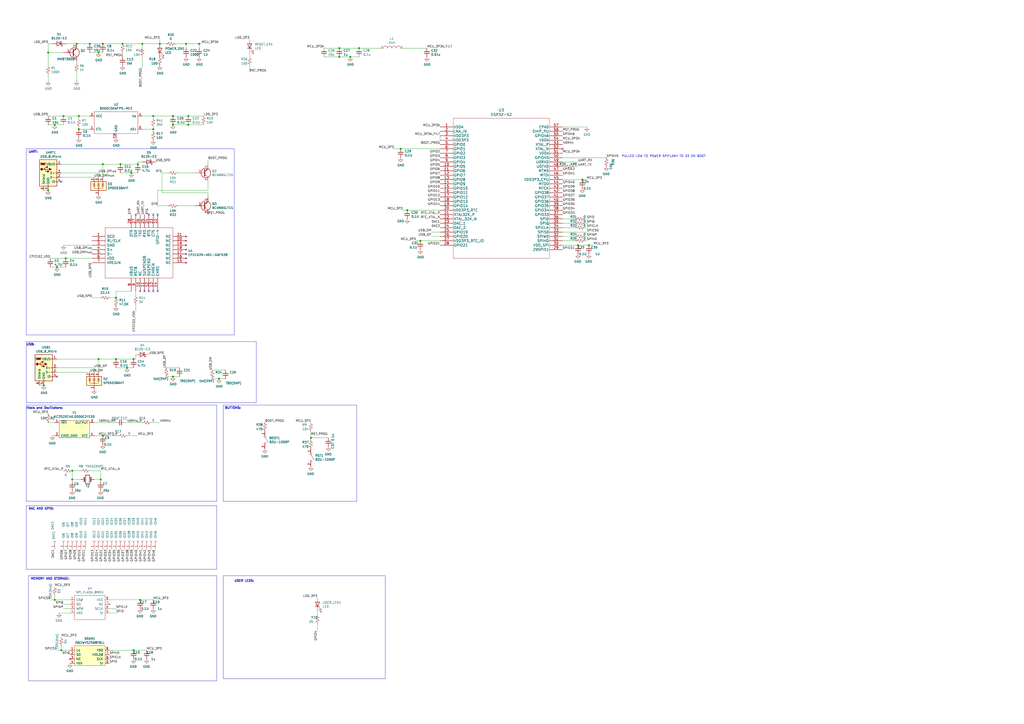
<source format=kicad_sch>
(kicad_sch (version 20230121) (generator eeschema)
  (paper "A2")
  (title_block (title "ESP32-S2 DEV") (date "2022-04-28") (rev "01") (company "Evil Geniuses for a better tommorrow"))
  (junction (at 115.57 25.4))
  (junction (at 208.28 27.94))
  (junction (at 38.1 149.86))
  (junction (at 67.31 172.72))
  (junction (at 36.83 67.31))
  (junction (at 109.22 72.39))
  (junction (at 58.42 278.13))
  (junction (at 59.69 252.73))
  (junction (at 67.31 208.28))
  (junction (at 57.15 30.48))
  (junction (at 45.72 67.31))
  (junction (at 243.84 139.7))
  (junction (at 57.15 208.28))
  (junction (at 76.2 100.33))
  (junction (at 69.85 95.25))
  (junction (at 236.22 121.92))
  (junction (at 44.45 25.4))
  (junction (at 35.56 377.19))
  (junction (at 52.07 25.4))
  (junction (at 41.91 278.13))
  (junction (at 82.55 25.4))
  (junction (at 27.94 30.48))
  (junction (at 80.01 95.25))
  (junction (at 100.33 67.31))
  (junction (at 31.75 72.39))
  (junction (at 45.72 74.93))
  (junction (at 100.33 72.39))
  (junction (at 107.95 25.4))
  (junction (at 196.85 33.02))
  (junction (at 27.94 110.49))
  (junction (at 88.9 74.93))
  (junction (at 92.71 25.4))
  (junction (at 59.69 25.4))
  (junction (at 71.12 25.4))
  (junction (at 77.47 377.19))
  (junction (at 33.02 154.94))
  (junction (at 59.69 95.25))
  (junction (at 73.66 213.36))
  (junction (at 100.33 218.44))
  (junction (at 77.47 208.28))
  (junction (at 203.2 33.02))
  (junction (at 341.63 142.24))
  (junction (at 335.28 142.24))
  (junction (at 88.9 67.31))
  (junction (at 232.41 86.36))
  (junction (at 31.75 347.98))
  (junction (at 41.91 273.05))
  (junction (at 180.34 254))
  (junction (at 81.28 347.98))
  (junction (at 337.82 104.14))
  (junction (at 25.4 223.52))
  (junction (at 127 219.71))
  (junction (at 109.22 67.31))
  (junction (at 196.85 27.94))
  (no_connect (at 78.74 124.46))
  (no_connect (at 326.39 86.36))
  (no_connect (at 88.9 124.46))
  (no_connect (at 86.36 124.46))
  (no_connect (at 86.36 168.91))
  (no_connect (at 91.44 124.46))
  (no_connect (at 33.02 218.44))
  (no_connect (at 88.9 168.91))
  (no_connect (at 35.56 105.41))
  (no_connect (at 83.82 168.91))
  (no_connect (at 91.44 168.91))
  (wire (pts (xy 88.9 74.93) (xy 88.9 76.2)))
  (wire (pts (xy 27.94 72.39) (xy 31.75 72.39)))
  (polyline (pts (xy 15.24 234.95) (xy 15.24 290.83)))
  (wire (pts (xy 340.36 127) (xy 339.09 127)))
  (wire (pts (xy 63.5 377.19) (xy 77.47 377.19)))
  (polyline (pts (xy 125.73 290.83) (xy 125.73 234.95)))
  (wire (pts (xy 118.11 72.39) (xy 109.22 72.39)))
  (wire (pts (xy 30.48 25.4) (xy 27.94 25.4)))
  (wire (pts (xy 88.9 67.31) (xy 100.33 67.31)))
  (wire (pts (xy 71.12 30.48) (xy 71.12 33.02)))
  (wire (pts (xy 34.29 355.6) (xy 40.64 355.6)))
  (wire (pts (xy 67.31 355.6) (xy 63.5 355.6)))
  (wire (pts (xy 243.84 139.7) (xy 241.3 139.7)))
  (wire (pts (xy 82.55 74.93) (xy 88.9 74.93)))
  (wire (pts (xy 57.15 208.28) (xy 67.31 208.28)))
  (wire (pts (xy 27.94 30.48) (xy 27.94 38.1)))
  (wire (pts (xy 335.28 96.52) (xy 332.74 96.52)))
  (wire (pts (xy 334.01 129.54) (xy 326.39 129.54)))
  (wire (pts (xy 36.83 30.48) (xy 27.94 30.48)))
  (wire (pts (xy 208.28 33.02) (xy 203.2 33.02)))
  (wire (pts (xy 58.42 172.72) (xy 53.34 172.72)))
  (wire (pts (xy 93.98 100.33) (xy 97.79 100.33)))
  (wire (pts (xy 82.55 93.98) (xy 80.01 93.98)))
  (wire (pts (xy 38.1 149.86) (xy 29.21 149.86)))
  (wire (pts (xy 130.81 219.71) (xy 127 219.71)))
  (wire (pts (xy 52.07 74.93) (xy 45.72 74.93)))
  (wire (pts (xy 73.66 213.36) (xy 67.31 213.36)))
  (wire (pts (xy 232.41 86.36) (xy 255.27 86.36)))
  (wire (pts (xy 31.75 347.98) (xy 40.64 347.98)))
  (wire (pts (xy 68.58 252.73) (xy 59.69 252.73)))
  (wire (pts (xy 59.69 95.25) (xy 69.85 95.25)))
  (wire (pts (xy 41.91 273.05) (xy 46.99 273.05)))
  (polyline (pts (xy 135.89 86.36) (xy 135.89 194.31)))
  (polyline (pts (xy 129.54 234.95) (xy 129.54 290.83)))
  (wire (pts (xy 58.42 278.13) (xy 58.42 279.4)))
  (wire (pts (xy 91.44 110.49) (xy 91.44 119.38)))
  (wire (pts (xy 180.34 254) (xy 180.34 255.27)))
  (wire (pts (xy 81.28 347.98) (xy 88.9 347.98)))
  (wire (pts (xy 59.69 25.4) (xy 52.07 25.4)))
  (wire (pts (xy 109.22 67.31) (xy 118.11 67.31)))
  (wire (pts (xy 120.65 92.71) (xy 120.65 95.25)))
  (wire (pts (xy 82.55 33.02) (xy 82.55 39.37)))
  (wire (pts (xy 57.15 100.33) (xy 57.15 102.87)))
  (polyline (pts (xy 15.24 330.2) (xy 15.24 293.37)))
  (wire (pts (xy 35.56 102.87) (xy 54.61 102.87)))
  (wire (pts (xy 53.34 142.24) (xy 36.83 142.24)))
  (wire (pts (xy 36.83 72.39) (xy 31.75 72.39)))
  (wire (pts (xy 180.34 250.19) (xy 180.34 254)))
  (wire (pts (xy 351.79 91.44) (xy 326.39 91.44)))
  (wire (pts (xy 57.15 30.48) (xy 52.07 30.48)))
  (wire (pts (xy 76.2 100.33) (xy 69.85 100.33)))
  (wire (pts (xy 45.72 67.31) (xy 36.83 67.31)))
  (wire (pts (xy 120.65 114.3) (xy 120.65 111.76)))
  (wire (pts (xy 35.56 377.19) (xy 33.02 377.19)))
  (wire (pts (xy 144.78 33.02) (xy 144.78 30.48)))
  (wire (pts (xy 77.47 213.36) (xy 73.66 213.36)))
  (wire (pts (xy 38.1 154.94) (xy 33.02 154.94)))
  (wire (pts (xy 76.2 168.91) (xy 67.31 168.91)))
  (wire (pts (xy 78.74 205.74) (xy 78.74 208.28)))
  (polyline (pts (xy 15.24 198.12) (xy 148.59 198.12)))
  (wire (pts (xy 335.28 93.98) (xy 326.39 93.98)))
  (polyline (pts (xy 148.59 233.68) (xy 15.24 233.68)))
  (wire (pts (xy 236.22 121.92) (xy 255.27 121.92)))
  (polyline (pts (xy 223.52 334.01) (xy 129.54 334.01)))
  (wire (pts (xy 45.72 67.31) (xy 45.72 68.58)))
  (wire (pts (xy 92.71 25.4) (xy 82.55 25.4)))
  (wire (pts (xy 78.74 168.91) (xy 78.74 171.45)))
  (wire (pts (xy 44.45 41.91) (xy 44.45 46.99)))
  (wire (pts (xy 45.72 74.93) (xy 45.72 73.66)))
  (wire (pts (xy 107.95 25.4) (xy 107.95 27.94)))
  (wire (pts (xy 92.71 245.11) (xy 87.63 245.11)))
  (wire (pts (xy 59.69 102.87) (xy 59.69 95.25)))
  (wire (pts (xy 52.07 25.4) (xy 44.45 25.4)))
  (wire (pts (xy 184.15 356.87) (xy 184.15 354.33)))
  (wire (pts (xy 27.94 110.49) (xy 25.4 110.49)))
  (wire (pts (xy 33.02 154.94) (xy 29.21 154.94)))
  (wire (pts (xy 80.01 252.73) (xy 73.66 252.73)))
  (wire (pts (xy 67.31 353.06) (xy 63.5 353.06)))
  (polyline (pts (xy 15.24 290.83) (xy 125.73 290.83)))
  (wire (pts (xy 71.12 25.4) (xy 59.69 25.4)))
  (wire (pts (xy 340.36 132.08) (xy 339.09 132.08)))
  (polyline (pts (xy 15.24 233.68) (xy 15.24 198.12)))
  (wire (pts (xy 77.47 377.19) (xy 85.09 377.19)))
  (wire (pts (xy 255.27 134.62) (xy 250.19 134.62)))
  (wire (pts (xy 33.02 215.9) (xy 52.07 215.9)))
  (wire (pts (xy 100.33 67.31) (xy 109.22 67.31)))
  (polyline (pts (xy 129.54 393.7) (xy 223.52 393.7)))
  (polyline (pts (xy 16.51 334.01) (xy 125.73 334.01)))
  (polyline (pts (xy 16.51 394.97) (xy 16.51 334.01)))
  (wire (pts (xy 80.01 95.25) (xy 69.85 95.25)))
  (polyline (pts (xy 125.73 334.01) (xy 125.73 394.97)))
  (wire (pts (xy 247.65 27.94) (xy 233.68 27.94)))
  (wire (pts (xy 334.01 132.08) (xy 326.39 132.08)))
  (wire (pts (xy 104.14 218.44) (xy 100.33 218.44)))
  (wire (pts (xy 196.85 27.94) (xy 187.96 27.94)))
  (polyline (pts (xy 125.73 330.2) (xy 15.24 330.2)))
  (wire (pts (xy 35.56 374.65) (xy 35.56 377.19)))
  (wire (pts (xy 63.5 172.72) (xy 67.31 172.72)))
  (wire (pts (xy 44.45 36.83) (xy 44.45 35.56)))
  (wire (pts (xy 59.69 252.73) (xy 54.61 252.73)))
  (wire (pts (xy 255.27 78.74) (xy 255.27 81.28)))
  (polyline (pts (xy 15.24 293.37) (xy 125.73 293.37)))
  (polyline (pts (xy 125.73 293.37) (xy 125.73 330.2)))
  (wire (pts (xy 88.9 73.66) (xy 88.9 74.93)))
  (wire (pts (xy 72.39 245.11) (xy 82.55 245.11)))
  (wire (pts (xy 120.65 105.41) (xy 120.65 110.49)))
  (wire (pts (xy 80.01 93.98) (xy 80.01 95.25)))
  (wire (pts (xy 31.75 252.73) (xy 30.48 252.73)))
  (wire (pts (xy 255.27 137.16) (xy 250.19 137.16)))
  (wire (pts (xy 80.01 100.33) (xy 76.2 100.33)))
  (wire (pts (xy 341.63 142.24) (xy 344.17 142.24)))
  (wire (pts (xy 337.82 104.14) (xy 340.36 104.14)))
  (wire (pts (xy 38.1 25.4) (xy 44.45 25.4)))
  (wire (pts (xy 78.74 208.28) (xy 77.47 208.28)))
  (wire (pts (xy 101.6 25.4) (xy 107.95 25.4)))
  (wire (pts (xy 40.64 353.06) (xy 36.83 353.06)))
  (wire (pts (xy 58.42 273.05) (xy 58.42 278.13)))
  (wire (pts (xy 35.56 95.25) (xy 59.69 95.25)))
  (wire (pts (xy 190.5 254) (xy 180.34 254)))
  (wire (pts (xy 100.33 218.44) (xy 96.52 218.44)))
  (wire (pts (xy 63.5 347.98) (xy 81.28 347.98)))
  (wire (pts (xy 340.36 129.54) (xy 339.09 129.54)))
  (wire (pts (xy 120.65 111.76) (xy 93.98 111.76)))
  (wire (pts (xy 31.75 345.44) (xy 31.75 347.98)))
  (polyline (pts (xy 129.54 290.83) (xy 207.01 290.83)))
  (polyline (pts (xy 125.73 394.97) (xy 16.51 394.97)))
  (polyline (pts (xy 148.59 198.12) (xy 148.59 233.68)))
  (wire (pts (xy 41.91 279.4) (xy 41.91 278.13)))
  (wire (pts (xy 78.74 176.53) (xy 78.74 180.34)))
  (wire (pts (xy 40.64 377.19) (xy 35.56 377.19)))
  (wire (pts (xy 184.15 365.76) (xy 184.15 361.95)))
  (wire (pts (xy 334.01 139.7) (xy 326.39 139.7)))
  (wire (pts (xy 144.78 41.91) (xy 144.78 38.1)))
  (wire (pts (xy 340.36 73.66) (xy 326.39 73.66)))
  (wire (pts (xy 255.27 139.7) (xy 243.84 139.7)))
  (wire (pts (xy 91.44 119.38) (xy 97.79 119.38)))
  (wire (pts (xy 326.39 134.62) (xy 340.36 134.62)))
  (wire (pts (xy 334.01 137.16) (xy 326.39 137.16)))
  (wire (pts (xy 82.55 27.94) (xy 82.55 25.4)))
  (wire (pts (xy 57.15 215.9) (xy 57.15 208.28)))
  (wire (pts (xy 54.61 278.13) (xy 58.42 278.13)))
  (wire (pts (xy 53.34 149.86) (xy 38.1 149.86)))
  (wire (pts (xy 33.02 208.28) (xy 57.15 208.28)))
  (wire (pts (xy 88.9 68.58) (xy 88.9 67.31)))
  (wire (pts (xy 77.47 208.28) (xy 67.31 208.28)))
  (wire (pts (xy 31.75 347.98) (xy 29.21 347.98)))
  (wire (pts (xy 27.94 25.4) (xy 27.94 30.48)))
  (polyline (pts (xy 135.89 194.31) (xy 15.24 194.31)))
  (polyline (pts (xy 207.01 290.83) (xy 207.01 234.95)))
  (wire (pts (xy 203.2 33.02) (xy 196.85 33.02)))
  (wire (pts (xy 232.41 86.36) (xy 228.6 86.36)))
  (wire (pts (xy 35.56 100.33) (xy 57.15 100.33)))
  (wire (pts (xy 340.36 137.16) (xy 339.09 137.16)))
  (wire (pts (xy 109.22 72.39) (xy 100.33 72.39)))
  (wire (pts (xy 335.28 142.24) (xy 341.63 142.24)))
  (wire (pts (xy 36.83 67.31) (xy 27.94 67.31)))
  (wire (pts (xy 25.4 223.52) (xy 22.86 223.52)))
  (wire (pts (xy 92.71 22.86) (xy 92.71 25.4)))
  (wire (pts (xy 326.39 104.14) (xy 337.82 104.14)))
  (wire (pts (xy 236.22 121.92) (xy 233.68 121.92)))
  (wire (pts (xy 107.95 25.4) (xy 115.57 25.4)))
  (wire (pts (xy 54.61 245.11) (xy 67.31 245.11)))
  (wire (pts (xy 54.61 213.36) (xy 54.61 215.9)))
  (wire (pts (xy 46.99 278.13) (xy 41.91 278.13)))
  (wire (pts (xy 115.57 25.4) (xy 115.57 27.94)))
  (wire (pts (xy 326.39 142.24) (xy 335.28 142.24)))
  (polyline (pts (xy 15.24 194.31) (xy 15.24 86.36)))
  (wire (pts (xy 116.84 25.4) (xy 115.57 25.4)))
  (wire (pts (xy 36.83 350.52) (xy 40.64 350.52)))
  (wire (pts (xy 27.94 46.99) (xy 27.94 43.18)))
  (wire (pts (xy 41.91 278.13) (xy 41.91 273.05)))
  (wire (pts (xy 104.14 213.36) (xy 96.52 213.36)))
  (wire (pts (xy 93.98 111.76) (xy 93.98 100.33)))
  (wire (pts (xy 33.02 213.36) (xy 54.61 213.36)))
  (wire (pts (xy 102.87 119.38) (xy 113.03 119.38)))
  (polyline (pts (xy 15.24 86.36) (xy 135.89 86.36)))
  (wire (pts (xy 102.87 100.33) (xy 113.03 100.33)))
  (wire (pts (xy 52.07 273.05) (xy 58.42 273.05)))
  (polyline (pts (xy 125.73 234.95) (xy 15.24 234.95)))
  (polyline (pts (xy 207.01 234.95) (xy 129.54 234.95)))
  (wire (pts (xy 123.19 214.63) (xy 130.81 214.63)))
  (wire (pts (xy 82.55 67.31) (xy 88.9 67.31)))
  (wire (pts (xy 208.28 27.94) (xy 220.98 27.94)))
  (wire (pts (xy 196.85 33.02) (xy 187.96 33.02)))
  (wire (pts (xy 96.52 25.4) (xy 92.71 25.4)))
  (wire (pts (xy 127 219.71) (xy 123.19 219.71)))
  (polyline (pts (xy 223.52 393.7) (xy 223.52 334.01)))
  (wire (pts (xy 67.31 168.91) (xy 67.31 172.72)))
  (wire (pts (xy 82.55 25.4) (xy 71.12 25.4)))
  (wire (pts (xy 120.65 110.49) (xy 91.44 110.49)))
  (wire (pts (xy 334.01 127) (xy 326.39 127)))
  (wire (pts (xy 196.85 27.94) (xy 208.28 27.94)))
  (polyline (pts (xy 129.54 334.01) (xy 129.54 393.7)))
  (wire (pts (xy 59.69 30.48) (xy 57.15 30.48)))
  (wire (pts (xy 52.07 67.31) (xy 45.72 67.31)))
  (wire (pts (xy 340.36 139.7) (xy 339.09 139.7)))
  (wire (pts (xy 327.66 96.52) (xy 326.39 96.52)))
  (wire (pts (xy 31.75 245.11) (xy 27.94 245.11)))
  (text "UART:" (at 16.51 88.9 0) (effects (font (size 1.27 1.27) (thickness 0.254) bold) (justify left bottom)))
  (text "BUTTONS:" (at 139.7 237.49 0) (effects (font (size 1.27 1.27) (thickness 0.254) bold) (justify right bottom)))
  (text "USB:\n" (at 15.24 200.66 0) (effects (font (size 1.27 1.27) (thickness 0.254) bold) (justify left bottom)))
  (text "USER LEDS:" (at 135.89 337.82 0) (effects (font (size 1.27 1.27) (thickness 0.254) bold) (justify left bottom)))
  (text "MEMORY AND STORAGE:" (at 17.78 336.55 0) (effects (font (size 1.27 1.27) (thickness 0.254) bold) (justify left bottom)))
  (text "PULLED LOW TO POWER SPIFLASH TO 33 ON BOOT" (at 360.68 91.44 0) (effects (font (size 1.27 1.27)) (justify left bottom)))
  (text "Xtals and Oscillators:" (at 15.24 237.49 0) (effects (font (size 1.27 1.27) (thickness 0.254) bold) (justify left bottom)))
  (text "DAC AND GPIO:" (at 16.51 295.91 0) (effects (font (size 1.27 1.27) (thickness 0.254) bold) (justify left bottom)))
  (label "MCU_3P3A_FILT" (at 255.27 78.74 180))
  (label "USB_DMinus" (at 53.34 147.32 180))
  (label "LD0_3P3" (at 27.94 25.4 180))
  (label "MCU_3P3A_FILT" (at 247.65 27.94 0))
  (label "USB_5P0" (at 90.17 93.98 0))
  (label "RTS" (at 93.98 100.33 180))
  (label "MCU_3P3A" (at 326.39 88.9 0))
  (label "GPIO35" (at 67.31 318.77 270))
  (label "MCU_3P3A" (at 116.84 25.4 0))
  (label "MCU_3P3" (at 88.9 347.98 0))
  (label "SPID" (at 63.5 384.81 0))
  (label "GPIO35" (at 326.39 119.38 0))
  (label "LD0_3P3" (at 184.15 346.71 180))
  (label "MCU_3P3" (at 180.34 245.11 180))
  (label "GPIO5" (at 255.27 96.52 180))
  (label "MCU_3P3A" (at 326.39 81.28 0))
  (label "DAC1" (at 31.75 318.77 270))
  (label "USB_DPlus" (at 57.15 100.33 0))
  (label "RST_PROG" (at 180.34 252.73 0))
  (label "UART_RX" (at 81.28 124.46 90))
  (label "GPIO39" (at 77.47 318.77 270))
  (label "DAC2" (at 255.27 132.08 180))
  (label "GPIO36" (at 69.85 318.77 270))
  (label "40MHz" (at 92.71 245.11 0))
  (label "USB_DM" (at 250.19 134.62 180))
  (label "GPIO2" (at 255.27 88.9 180))
  (label "SPICLK" (at 340.36 132.08 0))
  (label "GPIO36" (at 326.39 116.84 0))
  (label "SPIHD" (at 340.36 139.7 0))
  (label "MCU_3P3" (at 340.36 104.14 0))
  (label "GPIO10" (at 46.99 318.77 270))
  (label "GPIO34" (at 326.39 121.92 0))
  (label "GPIO37" (at 72.39 318.77 270))
  (label "RTC_XTAL_P" (at 255.27 124.46 180))
  (label "GPIO9" (at 255.27 106.68 180))
  (label "SPICS1" (at 33.02 377.19 180))
  (label "MCU_3P3" (at 27.94 240.03 180))
  (label "SPICS0" (at 29.21 347.98 180))
  (label "GPIO38" (at 326.39 111.76 0))
  (label "GPIO40" (at 80.01 318.77 270))
  (label "SPICS1" (at 326.39 144.78 0))
  (label "MCU_3P3" (at 228.6 86.36 180))
  (label "SPID" (at 67.31 355.6 0))
  (label "LD0_3P3" (at 118.11 67.31 0))
  (label "MCU_3P3" (at 31.75 340.36 0))
  (label "RST_PROG" (at 326.39 76.2 0))
  (label "MCU_3P3" (at 92.71 22.86 180))
  (label "MCU_3P3" (at 80.01 252.73 0))
  (label "UART_TX" (at 83.82 124.46 90))
  (label "GPIO11" (at 255.27 111.76 180))
  (label "SPIQ" (at 40.64 379.73 180))
  (label "USB_5P0" (at 27.94 67.31 180))
  (label "MCU_3P3A" (at 255.27 73.66 180))
  (label "40MHz_R" (at 73.66 245.11 0))
  (label "BOOT_PROG" (at 120.65 92.71 0))
  (label "MCU_3P3A" (at 187.96 27.94 180))
  (label "GPIO6" (at 36.83 318.77 270))
  (label "GPIO21" (at 59.69 318.77 270))
  (label "RTC_XTAL_N" (at 255.27 127 180))
  (label "MCU_3P3" (at 241.3 139.7 180))
  (label "DAC1" (at 255.27 129.54 180))
  (label "MCU_3P3" (at 85.09 377.19 0))
  (label "RST_PROG" (at 71.12 33.02 180))
  (label "GPIO11" (at 49.53 318.77 270))
  (label "GPIO12" (at 255.27 114.3 180))
  (label "GPIO40" (at 326.39 106.68 0))
  (label "GPIO41" (at 82.55 318.77 270))
  (label "GPIO21" (at 255.27 142.24 180))
  (label "SPICS0" (at 340.36 134.62 0))
  (label "CP2102_VDD" (at 29.21 149.86 180))
  (label "GPIO34" (at 64.77 318.77 270))
  (label "UART_RX" (at 335.28 93.98 0))
  (label "GPIO33" (at 62.23 318.77 270))
  (label "GPIO42" (at 85.09 318.77 270))
  (label "USB_5P0" (at 86.36 205.74 0))
  (label "USB_5P0" (at 53.34 152.4 270))
  (label "MCU_3P3_R" (at 57.15 252.73 0))
  (label "USB_5P0" (at 53.34 172.72 180))
  (label "GPIO8" (at 41.91 318.77 270))
  (label "GPIO45" (at 87.63 318.77 270))
  (label "GPIO8" (at 255.27 104.14 180))
  (label "USB_DP" (at 250.19 137.16 180))
  (label "GPIO7" (at 255.27 101.6 180))
  (label "GPIO42" (at 326.39 99.06 0))
  (label "USB_DM" (at 123.19 214.63 90))
  (label "SPIQ" (at 340.36 129.54 0))
  (label "40MHz" (at 326.39 83.82 0))
  (label "GPIO45" (at 351.79 91.44 0))
  (label "GPIO37" (at 326.39 114.3 0))
  (label "CP2102_VDD" (at 78.74 180.34 270))
  (label "SPICLK" (at 63.5 382.27 0))
  (label "MCU_3P3" (at 233.68 121.92 180))
  (label "UART_TX" (at 335.28 96.52 0))
  (label "GPIO4" (at 255.27 93.98 180))
  (label "DTR" (at 76.2 124.46 90))
  (label "SPID" (at 340.36 127 0))
  (label "SPIHD" (at 63.5 379.73 0))
  (label "MCU_3P3" (at 344.17 142.24 0))
  (label "GPIO4" (at 184.15 365.76 270))
  (label "SPIWP" (at 340.36 137.16 0))
  (label "SPICLK" (at 67.31 353.06 0))
  (label "USB_DP" (at 96.52 213.36 90))
  (label "BOOT_PROG" (at 82.55 39.37 270))
  (label "GPIO14" (at 255.27 119.38 180))
  (label "GPIO7" (at 39.37 318.77 270))
  (label "RST_PROG" (at 144.78 41.91 0))
  (label "SPIWP" (at 36.83 353.06 180))
  (label "GPIO9" (at 44.45 318.77 270))
  (label "MCU_3P3" (at 35.56 369.57 0))
  (label "USB_DM" (at 52.07 215.9 0))
  (label "GPIO39" (at 326.39 109.22 0))
  (label "GPIO33" (at 326.39 124.46 0))
  (label "RTC_XTAL_N" (at 58.42 273.05 0))
  (label "GPIO41" (at 326.39 101.6 0))
  (label "DTR" (at 91.44 119.38 180))
  (label "BOOT_PROG" (at 153.67 245.11 0))
  (label "GPIO6" (at 255.27 99.06 180))
  (label "USB_DP" (at 54.61 213.36 0))
  (label "LD0_3P3" (at 144.78 22.86 180))
  (label "USB_DPlus" (at 53.34 144.78 180))
  (label "GPIO46" (at 90.17 318.77 270))
  (label "GPIO14" (at 57.15 318.77 270))
  (label "GPIO3" (at 255.27 91.44 180))
  (label "GPIO38" (at 74.93 318.77 270))
  (label "RTC_XTAL_P" (at 36.83 273.05 180))
  (label "USB_DMinus" (at 54.61 102.87 0))
  (label "40MHz_RR" (at 57.15 245.11 0))
  (label "GPIO46" (at 326.39 78.74 0))
  (label "GPIO10" (at 255.27 109.22 180))
  (label "RST_PROG" (at 120.65 124.46 0))
  (label "RTS" (at 86.36 124.46 90))
  (label "GPIO13" (at 54.61 318.77 270))
  (label "BOOT_PROG" (at 255.27 83.82 180))
  (label "GPIO13" (at 255.27 116.84 180))
  (label "SPIQ" (at 36.83 350.52 180))
  (symbol (lib_id "bub_MCU:ESP32-S2") (at 287.02 73.66 0) (unit 1)
    (property "Reference" "U3" (at 290.83 63.8302 0) (effects (font (size 1.524 1.524))))
    (property "Value" "ESP32-S2" (at 290.83 66.5226 0) (effects (font (size 1.524 1.524))))
    (property "Footprint" "bub_mcu_fp:ESP32-S2" (effects hide))
    (property "Datasheet" "https://www.espressif.com/sites/default/files/documentation/esp32-s2_datasheet_en.pdf" (effects hide))
    (property "Digikey" "https://www.digikey.com/en/products/detail/espressif-systems/ESP32-S2/11613132" (effects hide))
  )
  (symbol (lib_id "Diode:B120-E3") (at 34.29 25.4 180) (unit 1)
    (property "Reference" "D1" (at 34.29 19.8882 0))
    (property "Value" "B120-E3" (at 34.29 22.1996 0))
    (property "Footprint" "Diode_SMD:D_SMA" (effects hide))
    (property "Datasheet" "http://www.vishay.com/docs/88946/b120.pdf" (effects hide))
  )
  (symbol (lib_id "Device:R_Small_US") (at 27.94 40.64 180) (unit 1)
    (property "Reference" "R1" (at 29.6672 39.4716 0) (effects (justify right)))
    (property "Value" "100K" (at 29.6672 41.783 0) (effects (justify right)))
    (property "Footprint" "Resistor_SMD:R_0402_1005Metric" (effects hide))
  )
  (symbol (lib_id "Device:R_Small_US") (at 44.45 39.37 180) (unit 1)
    (property "Reference" "R6" (at 46.1772 38.2016 0) (effects (justify right)))
    (property "Value" "1K" (at 46.1772 40.513 0) (effects (justify right)))
    (property "Footprint" "Resistor_SMD:R_0402_1005Metric" (effects hide))
  )
  (symbol (lib_id "Transistor_BJT:MMBT3906") (at 41.91 30.48 0) (mirror x) (unit 1)
    (property "Reference" "Q1" (at 46.7614 29.3116 0) (effects (justify left)))
    (property "Value" "MMBT3906" (at 33.02 34.29 0) (effects (justify left)))
    (property "Footprint" "Package_TO_SOT_SMD:SOT-416" (effects hide))
    (property "Datasheet" "https://www.fairchildsemi.com/datasheets/2N/2N3906.pdf" (effects hide))
  )
  (symbol (lib_id "power:GND") (at 27.94 46.99 0) (unit 1)
    (property "Reference" "#PWR02" (effects hide))
    (property "Value" "GND" (at 28.067 51.3842 0))
  )
  (symbol (lib_id "power:GND") (at 44.45 46.99 0) (unit 1)
    (property "Reference" "#PWR011" (effects hide))
    (property "Value" "GND" (at 44.577 51.3842 0))
  )
  (symbol (lib_id "Device:C_Small") (at 52.07 27.94 180) (unit 1)
    (property "Reference" "C36" (at 54.4068 26.7716 0) (effects (justify right)))
    (property "Value" "10u" (at 54.4068 29.083 0) (effects (justify right)))
    (property "Footprint" "Capacitor_SMD:C_0402_1005Metric" (effects hide))
  )
  (symbol (lib_id "Device:C_Small") (at 59.69 27.94 180) (unit 1)
    (property "Reference" "C8" (at 62.0268 26.7716 0) (effects (justify right)))
    (property "Value" "0.1u" (at 62.0268 29.083 0) (effects (justify right)))
    (property "Footprint" "Capacitor_SMD:C_0402_1005Metric" (effects hide))
  )
  (symbol (lib_id "power:GND") (at 57.15 30.48 0) (unit 1)
    (property "Reference" "#PWR014" (effects hide))
    (property "Value" "GND" (at 57.277 34.8742 0))
  )
  (symbol (lib_id "Device:C_Small") (at 71.12 35.56 180) (unit 1)
    (property "Reference" "C13" (at 73.4568 34.3916 0) (effects (justify right)))
    (property "Value" "tbd" (at 73.4568 36.703 0) (effects (justify right)))
    (property "Footprint" "Capacitor_SMD:C_0402_1005Metric" (effects hide))
  )
  (symbol (lib_id "Device:R_Small_US") (at 71.12 27.94 180) (unit 1)
    (property "Reference" "R12" (at 72.8472 26.7716 0) (effects (justify right)))
    (property "Value" "10K" (at 72.8472 29.083 0) (effects (justify right)))
    (property "Footprint" "Resistor_SMD:R_0402_1005Metric" (effects hide))
  )
  (symbol (lib_id "power:GND") (at 71.12 38.1 0) (unit 1)
    (property "Reference" "#PWR020" (effects hide))
    (property "Value" "GND" (at 71.247 42.4942 0))
  )
  (symbol (lib_id "Device:R_Small_US") (at 92.71 35.56 180) (unit 1)
    (property "Reference" "R18" (at 86.36 34.29 0) (effects (justify right)))
    (property "Value" "100" (at 87.63 36.83 0) (effects (justify right)))
    (property "Footprint" "Resistor_SMD:R_0402_1005Metric" (effects hide))
  )
  (symbol (lib_id "power:GND") (at 92.71 38.1 0) (unit 1)
    (property "Reference" "#PWR028" (effects hide))
    (property "Value" "GND" (at 92.837 42.4942 0))
  )
  (symbol (lib_id "Device:R_Small_US") (at 82.55 30.48 180) (unit 1)
    (property "Reference" "R15" (at 78.74 29.21 0) (effects (justify right)))
    (property "Value" "10K" (at 77.47 31.75 0) (effects (justify right)))
    (property "Footprint" "Resistor_SMD:R_0402_1005Metric" (effects hide))
  )
  (symbol (lib_id "power:GND") (at 340.36 73.66 0) (unit 1)
    (property "Reference" "#PWR041" (effects hide))
    (property "Value" "GND" (at 340.487 78.0542 0))
  )
  (symbol (lib_id "Device:C_Small") (at 107.95 30.48 180) (unit 1)
    (property "Reference" "C22" (at 110.2868 29.3116 0) (effects (justify right)))
    (property "Value" "100p" (at 110.2868 31.623 0) (effects (justify right)))
    (property "Footprint" "Capacitor_SMD:C_0402_1005Metric" (effects hide))
  )
  (symbol (lib_id "Device:R_Small_US") (at 99.06 25.4 90) (unit 1)
    (property "Reference" "R20" (at 99.06 20.193 90))
    (property "Value" "0" (at 99.06 22.5044 90))
    (property "Footprint" "Resistor_SMD:R_0402_1005Metric" (effects hide))
  )
  (symbol (lib_id "power:GND") (at 107.95 33.02 0) (unit 1)
    (property "Reference" "#PWR031" (effects hide))
    (property "Value" "GND" (at 108.077 37.4142 0))
  )
  (symbol (lib_id "Device:C_Small") (at 115.57 30.48 180) (unit 1)
    (property "Reference" "C24" (at 117.9068 29.3116 0) (effects (justify right)))
    (property "Value" "1U" (at 117.9068 31.623 0) (effects (justify right)))
    (property "Footprint" "Capacitor_SMD:C_0402_1005Metric" (effects hide))
  )
  (symbol (lib_id "power:GND") (at 115.57 33.02 0) (unit 1)
    (property "Reference" "#PWR032" (effects hide))
    (property "Value" "GND" (at 115.697 37.4142 0))
  )
  (symbol (lib_id "Device:C_Small") (at 236.22 124.46 180) (unit 1)
    (property "Reference" "C30" (at 238.5568 123.2916 0) (effects (justify right)))
    (property "Value" "0.1U" (at 238.5568 125.603 0) (effects (justify right)))
    (property "Footprint" "Capacitor_SMD:C_0402_1005Metric" (effects hide))
  )
  (symbol (lib_id "power:GND") (at 236.22 127 0) (unit 1)
    (property "Reference" "#PWR036" (effects hide))
    (property "Value" "GND" (at 232.41 128.27 0))
  )
  (symbol (lib_id "Device:C_Small") (at 243.84 142.24 180) (unit 1)
    (property "Reference" "C31" (at 238.76 140.97 0) (effects (justify right)))
    (property "Value" "0.1U" (at 237.49 143.51 0) (effects (justify right)))
    (property "Footprint" "Capacitor_SMD:C_0402_1005Metric" (effects hide))
  )
  (symbol (lib_id "power:GND") (at 243.84 144.78 0) (unit 1)
    (property "Reference" "#PWR037" (effects hide))
    (property "Value" "GND" (at 243.967 149.1742 0))
  )
  (symbol (lib_id "Device:C_Small") (at 335.28 144.78 0) (mirror x) (unit 1)
    (property "Reference" "C33" (at 339.09 143.51 0) (effects (justify right)))
    (property "Value" "0.1U" (at 340.36 147.32 0) (effects (justify right)))
    (property "Footprint" "Capacitor_SMD:C_0402_1005Metric" (effects hide))
  )
  (symbol (lib_id "power:GND") (at 335.28 147.32 0) (mirror y) (unit 1)
    (property "Reference" "#PWR039" (effects hide))
    (property "Value" "GND" (at 335.153 151.7142 0))
  )
  (symbol (lib_id "Device:C_Small") (at 341.63 144.78 0) (mirror x) (unit 1)
    (property "Reference" "C35" (at 346.71 143.51 0) (effects (justify right)))
    (property "Value" "1U" (at 347.98 147.32 0) (effects (justify right)))
    (property "Footprint" "Capacitor_SMD:C_0402_1005Metric" (effects hide))
  )
  (symbol (lib_id "power:GND") (at 341.63 147.32 0) (mirror y) (unit 1)
    (property "Reference" "#PWR042" (effects hide))
    (property "Value" "GND" (at 341.503 151.7142 0))
  )
  (symbol (lib_id "Device:C_Small") (at 337.82 106.68 0) (mirror x) (unit 1)
    (property "Reference" "C34" (at 341.63 105.41 0) (effects (justify right)))
    (property "Value" "0.1U" (at 342.9 109.22 0) (effects (justify right)))
    (property "Footprint" "Capacitor_SMD:C_0402_1005Metric" (effects hide))
  )
  (symbol (lib_id "power:GND") (at 337.82 109.22 0) (mirror y) (unit 1)
    (property "Reference" "#PWR040" (effects hide))
    (property "Value" "GND" (at 337.693 113.6142 0))
  )
  (symbol (lib_id "Device:R_Small_US") (at 336.55 127 90) (unit 1)
    (property "Reference" "R31" (at 332.74 125.73 90))
    (property "Value" "0" (at 339.09 125.73 90))
    (property "Footprint" "Resistor_SMD:R_0402_1005Metric" (effects hide))
  )
  (symbol (lib_id "Device:R_Small_US") (at 336.55 129.54 90) (unit 1)
    (property "Reference" "R32" (at 332.74 128.27 90))
    (property "Value" "0" (at 339.09 128.27 90))
    (property "Footprint" "Resistor_SMD:R_0402_1005Metric" (effects hide))
  )
  (symbol (lib_id "Device:R_Small_US") (at 336.55 132.08 90) (unit 1)
    (property "Reference" "R33" (at 332.74 130.81 90))
    (property "Value" "0" (at 339.09 130.81 90))
    (property "Footprint" "Resistor_SMD:R_0402_1005Metric" (effects hide))
  )
  (symbol (lib_id "Device:R_Small_US") (at 336.55 137.16 90) (unit 1)
    (property "Reference" "R34" (at 332.74 135.89 90))
    (property "Value" "0" (at 339.09 135.89 90))
    (property "Footprint" "Resistor_SMD:R_0402_1005Metric" (effects hide))
  )
  (symbol (lib_id "Device:R_Small_US") (at 336.55 139.7 90) (unit 1)
    (property "Reference" "R35" (at 332.74 138.43 90))
    (property "Value" "0" (at 339.09 138.43 90))
    (property "Footprint" "Resistor_SMD:R_0402_1005Metric" (effects hide))
  )
  (symbol (lib_id "bub_regulators:BD00C0AWFPS-ME2") (at 67.31 62.23 0) (unit 1)
    (property "Reference" "U2" (at 67.31 60.579 0))
    (property "Value" "BD00C0AWFPS-ME2" (at 67.31 62.8904 0))
    (property "Footprint" "bub_regulators_fp:BD00C0AWFPS-ME2" (effects hide))
    (property "Datasheet" "http://rohmfs.rohm.com/en/products/databook/datasheet/ic/power/linear_regulator/bd00c0awfps-m-e.pdf" (effects hide))
    (property "DIGIKEY" "https://www.digikey.com/product-detail/en/rohm-semiconductor/BD00C0AWFPS-ME2/BD00C0AWFPS-ME2TR-ND/4625484" (effects hide))
  )
  (symbol (lib_id "Device:R_Small_US") (at 45.72 71.12 180) (unit 1)
    (property "Reference" "R7" (at 47.4472 69.9516 0) (effects (justify right)))
    (property "Value" "10K" (at 47.4472 72.263 0) (effects (justify right)))
    (property "Footprint" "Resistor_SMD:R_0402_1005Metric" (effects hide))
  )
  (symbol (lib_id "Device:C_Small") (at 45.72 77.47 180) (unit 1)
    (property "Reference" "C6" (at 48.0568 76.3016 0) (effects (justify right)))
    (property "Value" "0.1U" (at 48.0568 78.613 0) (effects (justify right)))
    (property "Footprint" "Capacitor_SMD:C_0402_1005Metric" (effects hide))
  )
  (symbol (lib_id "power:GND") (at 67.31 80.01 0) (unit 1)
    (property "Reference" "#PWR018" (effects hide))
    (property "Value" "GND" (at 67.437 84.4042 0))
  )
  (symbol (lib_id "power:GND") (at 45.72 80.01 0) (unit 1)
    (property "Reference" "#PWR012" (effects hide))
    (property "Value" "GND" (at 45.847 84.4042 0))
  )
  (symbol (lib_id "Device:C_Small") (at 36.83 69.85 180) (unit 1)
    (property "Reference" "C3" (at 39.1668 68.6816 0) (effects (justify right)))
    (property "Value" "0.1U" (at 39.1668 70.993 0) (effects (justify right)))
    (property "Footprint" "Capacitor_SMD:C_0402_1005Metric" (effects hide))
  )
  (symbol (lib_id "Device:C_Small") (at 27.94 69.85 180) (unit 1)
    (property "Reference" "C1" (at 30.2768 68.6816 0) (effects (justify right)))
    (property "Value" "10u" (at 30.2768 70.993 0) (effects (justify right)))
    (property "Footprint" "Capacitor_SMD:C_0402_1005Metric" (effects hide))
  )
  (symbol (lib_id "power:GND") (at 31.75 72.39 0) (unit 1)
    (property "Reference" "#PWR05" (effects hide))
    (property "Value" "GND" (at 31.877 76.7842 0))
  )
  (symbol (lib_id "Device:R_Small_US") (at 88.9 71.12 180) (unit 1)
    (property "Reference" "R41" (at 90.6272 69.9516 0) (effects (justify right)))
    (property "Value" "35K" (at 90.6272 72.263 0) (effects (justify right)))
    (property "Footprint" "Resistor_SMD:R_0402_1005Metric" (effects hide))
  )
  (symbol (lib_id "Device:R_Small_US") (at 88.9 78.74 180) (unit 1)
    (property "Reference" "R17" (at 90.6272 77.5716 0) (effects (justify right)))
    (property "Value" "10K" (at 90.6272 79.883 0) (effects (justify right)))
    (property "Footprint" "Resistor_SMD:R_0402_1005Metric" (effects hide))
  )
  (symbol (lib_id "power:GND") (at 88.9 81.28 0) (unit 1)
    (property "Reference" "#PWR026" (effects hide))
    (property "Value" "GND" (at 89.027 85.6742 0))
  )
  (symbol (lib_id "Device:C_Small") (at 100.33 69.85 180) (unit 1)
    (property "Reference" "C20" (at 102.6668 68.6816 0) (effects (justify right)))
    (property "Value" "0.1U" (at 102.6668 70.993 0) (effects (justify right)))
    (property "Footprint" "Capacitor_SMD:C_0402_1005Metric" (effects hide))
  )
  (symbol (lib_id "Device:R_Small_US") (at 118.11 69.85 180) (unit 1)
    (property "Reference" "R23" (at 119.8372 68.6816 0) (effects (justify right)))
    (property "Value" "10K" (at 119.8372 70.993 0) (effects (justify right)))
    (property "Footprint" "Resistor_SMD:R_0402_1005Metric" (effects hide))
  )
  (symbol (lib_id "Device:C_Small") (at 109.22 69.85 180) (unit 1)
    (property "Reference" "C23" (at 111.5568 68.6816 0) (effects (justify right)))
    (property "Value" "0.1U" (at 111.5568 70.993 0) (effects (justify right)))
    (property "Footprint" "Capacitor_SMD:C_0402_1005Metric" (effects hide))
  )
  (symbol (lib_id "power:GND") (at 100.33 72.39 0) (unit 1)
    (property "Reference" "#PWR029" (effects hide))
    (property "Value" "GND" (at 100.457 76.7842 0))
  )
  (symbol (lib_id "ESP32-S2_Dev-rescue:USB_B_Micro-Connector") (at 27.94 100.33 0) (unit 1)
    (property "Reference" "UART1" (at 29.3878 88.4682 0))
    (property "Value" "USB_B_Micro" (at 29.3878 90.7796 0))
    (property "Footprint" "Connector_USB:USB_Micro-B_Molex-105017-0001" (effects hide))
    (property "Datasheet" "https://www.molex.com/pdm_docs/sd/1050170001_sd.pdf" (effects hide))
  )
  (symbol (lib_id "Power_Protection:SP0503BAHT") (at 57.15 107.95 0) (unit 1)
    (property "Reference" "D3" (at 62.357 106.7816 0) (effects (justify left)))
    (property "Value" "SP0503BAHT" (at 62.357 109.093 0) (effects (justify left)))
    (property "Footprint" "Package_TO_SOT_SMD:SOT-143" (effects hide))
    (property "Datasheet" "http://www.littelfuse.com/~/media/files/littelfuse/technical%20resources/documents/data%20sheets/sp05xxba.pdf" (effects hide))
  )
  (symbol (lib_id "power:GND") (at 27.94 110.49 0) (unit 1)
    (property "Reference" "#PWR03" (effects hide))
    (property "Value" "GND" (at 28.067 114.8842 0))
  )
  (symbol (lib_id "Device:C_Small") (at 69.85 97.79 180) (unit 1)
    (property "Reference" "C11" (at 72.1868 96.6216 0) (effects (justify right)))
    (property "Value" "0.1U" (at 72.1868 98.933 0) (effects (justify right)))
    (property "Footprint" "Capacitor_SMD:C_0402_1005Metric" (effects hide))
  )
  (symbol (lib_id "Device:C_Small") (at 80.01 97.79 180) (unit 1)
    (property "Reference" "C16" (at 82.3468 96.6216 0) (effects (justify right)))
    (property "Value" "4.7U" (at 82.3468 98.933 0) (effects (justify right)))
    (property "Footprint" "Capacitor_SMD:C_0402_1005Metric" (effects hide))
  )
  (symbol (lib_id "power:GND") (at 57.15 113.03 0) (unit 1)
    (property "Reference" "#PWR015" (effects hide))
    (property "Value" "GND" (at 57.277 117.4242 0))
  )
  (symbol (lib_id "power:GND") (at 76.2 100.33 0) (unit 1)
    (property "Reference" "#PWR022" (effects hide))
    (property "Value" "GND" (at 76.327 104.7242 0))
  )
  (symbol (lib_id "bub_MCU:CP2102N-A01-GQFN28") (at 44.45 123.19 0) (unit 1)
    (property "Reference" "U1" (at 109.0676 145.5166 0) (effects (justify left)))
    (property "Value" "CP2102N-A01-GQFN28" (at 109.0676 147.828 0) (effects (justify left)))
    (property "Footprint" "bub_mcu_fp:CP2102N-A01-GQFN28" (effects hide))
    (property "Datasheet" "https://media.digikey.com/pdf/Data%20Sheets/Silicon%20Laboratories%20PDFs/CP2102N_Rev.1.3_DS.pdf" (effects hide))
    (property "DIGIKEY" "https://www.digikey.com/product-detail/en/silicon-laboratories-inc/CP2102N-A01-GQFN28/336-3694-ND/6012519?utm_adgroup=Integrated%20Circuits&utm_source=google&utm_medium=cpc&utm_campaign=Dynamic%20Search_RLSA_Cart&utm_term=&utm_content=Integrated%20Circuits&gclid=Cj0KCQjwwOz6BRCgARIsAKEG4FU6u2t600Y0gJlyc2bhUzlfGUwMjip4NGZEpV28xHR4QoI7EFkxBsAaAu98EALw_wcB" (effects hide))
  )
  (symbol (lib_id "Device:C_Small") (at 29.21 152.4 0) (mirror y) (unit 1)
    (property "Reference" "C2" (at 31.5468 151.2316 0) (effects (justify right)))
    (property "Value" "4.7U" (at 31.5468 153.543 0) (effects (justify right)))
    (property "Footprint" "Capacitor_SMD:C_0402_1005Metric" (effects hide))
  )
  (symbol (lib_id "Device:C_Small") (at 38.1 152.4 0) (mirror y) (unit 1)
    (property "Reference" "C4" (at 40.4368 151.2316 0) (effects (justify right)))
    (property "Value" "0.1U" (at 40.4368 153.543 0) (effects (justify right)))
    (property "Footprint" "Capacitor_SMD:C_0402_1005Metric" (effects hide))
  )
  (symbol (lib_id "power:GND") (at 33.02 154.94 0) (unit 1)
    (property "Reference" "#PWR06" (effects hide))
    (property "Value" "GND" (at 33.147 159.3342 0))
  )
  (symbol (lib_id "Device:R_Small_US") (at 67.31 175.26 180) (unit 1)
    (property "Reference" "R11" (at 69.0372 174.0916 0) (effects (justify right)))
    (property "Value" "47.5K" (at 69.0372 176.403 0) (effects (justify right)))
    (property "Footprint" "Resistor_SMD:R_0402_1005Metric" (effects hide))
  )
  (symbol (lib_id "Device:R_Small_US") (at 60.96 172.72 90) (unit 1)
    (property "Reference" "R10" (at 60.96 167.513 90))
    (property "Value" "22.1K" (at 60.96 169.8244 90))
    (property "Footprint" "Resistor_SMD:R_0402_1005Metric" (effects hide))
  )
  (symbol (lib_id "power:GND") (at 67.31 177.8 0) (unit 1)
    (property "Reference" "#PWR019" (effects hide))
    (property "Value" "GND" (at 67.437 182.1942 0))
  )
  (symbol (lib_id "Device:R_Small_US") (at 78.74 173.99 180) (unit 1)
    (property "Reference" "R14" (at 80.4672 172.8216 0) (effects (justify right)))
    (property "Value" "2K" (at 80.4672 175.133 0) (effects (justify right)))
    (property "Footprint" "Resistor_SMD:R_0402_1005Metric" (effects hide))
  )
  (symbol (lib_id "power:GND") (at 36.83 142.24 0) (unit 1)
    (property "Reference" "#PWR08" (effects hide))
    (property "Value" "GND" (at 36.957 146.6342 0))
  )
  (symbol (lib_id "Device:R_Small_US") (at 330.2 96.52 90) (unit 1)
    (property "Reference" "R30" (at 326.39 95.25 90))
    (property "Value" "499" (at 332.74 95.25 90))
    (property "Footprint" "Resistor_SMD:R_0402_1005Metric" (effects hide))
  )
  (symbol (lib_id "Device:R_Small_US") (at 351.79 93.98 0) (unit 1)
    (property "Reference" "R36" (at 355.6 93.98 90))
    (property "Value" "10K" (at 354.33 96.52 90))
    (property "Footprint" "Resistor_SMD:R_0402_1005Metric" (effects hide))
  )
  (symbol (lib_id "power:GND") (at 351.79 96.52 0) (mirror y) (unit 1)
    (property "Reference" "#PWR043" (effects hide))
    (property "Value" "GND" (at 351.663 100.9142 0))
  )
  (symbol (lib_id "Power_Protection:SP0503BAHT") (at 54.61 220.98 0) (unit 1)
    (property "Reference" "D2" (at 59.817 219.8116 0) (effects (justify left)))
    (property "Value" "SP0503BAHT" (at 59.817 222.123 0) (effects (justify left)))
    (property "Footprint" "Package_TO_SOT_SMD:SOT-143" (effects hide))
    (property "Datasheet" "http://www.littelfuse.com/~/media/files/littelfuse/technical%20resources/documents/data%20sheets/sp05xxba.pdf" (effects hide))
  )
  (symbol (lib_id "power:GND") (at 25.4 223.52 0) (unit 1)
    (property "Reference" "#PWR01" (effects hide))
    (property "Value" "GND" (at 25.527 227.9142 0))
  )
  (symbol (lib_id "Device:C_Small") (at 67.31 210.82 180) (unit 1)
    (property "Reference" "C10" (at 69.6468 209.6516 0) (effects (justify right)))
    (property "Value" "0.1U" (at 69.6468 211.963 0) (effects (justify right)))
    (property "Footprint" "Capacitor_SMD:C_0402_1005Metric" (effects hide))
  )
  (symbol (lib_id "Device:C_Small") (at 77.47 210.82 180) (unit 1)
    (property "Reference" "C14" (at 79.8068 209.6516 0) (effects (justify right)))
    (property "Value" "4.7U" (at 79.8068 211.963 0) (effects (justify right)))
    (property "Footprint" "Capacitor_SMD:C_0402_1005Metric" (effects hide))
  )
  (symbol (lib_id "power:GND") (at 54.61 226.06 0) (unit 1)
    (property "Reference" "#PWR013" (effects hide))
    (property "Value" "GND" (at 54.737 230.4542 0))
  )
  (symbol (lib_id "power:GND") (at 73.66 213.36 0) (unit 1)
    (property "Reference" "#PWR021" (effects hide))
    (property "Value" "GND" (at 73.787 217.7542 0))
  )
  (symbol (lib_id "Device:C_Small") (at 104.14 215.9 180) (unit 1)
    (property "Reference" "C21" (at 106.4768 214.7316 0) (effects (justify right)))
    (property "Value" "TBD(DNP)" (at 104.14 220.98 0) (effects (justify right)))
    (property "Footprint" "Capacitor_SMD:C_0402_1005Metric" (effects hide))
  )
  (symbol (lib_id "Device:R_Small_US") (at 96.52 215.9 0) (mirror y) (unit 1)
    (property "Reference" "R19" (at 98.2472 214.7316 0) (effects (justify right)))
    (property "Value" "tbd(DNP)" (at 88.9 219.71 0) (effects (justify right)))
    (property "Footprint" "Resistor_SMD:R_0402_1005Metric" (effects hide))
  )
  (symbol (lib_id "power:GND") (at 100.33 218.44 0) (unit 1)
    (property "Reference" "#PWR030" (effects hide))
    (property "Value" "GND" (at 100.457 222.8342 0))
  )
  (symbol (lib_id "Bub_memory:IS62WVS2568FBLL") (at 50.8 367.03 0) (unit 1)
    (property "Reference" "SRAM1" (at 52.07 370.459 0))
    (property "Value" "IS62WVS2568FBLL" (at 52.07 372.7704 0))
    (property "Footprint" "Package_SO:SOIC-8_3.9x4.9mm_P1.27mm" (effects hide))
    (property "Datasheet" "https://www.issi.com/WW/pdf/IS62-65WVS2568FALL-BLL.pdf" (effects hide))
    (property "Digikey" "https://www.digikey.com/en/products/detail/issi-integrated-silicon-solution-inc/IS62WVS2568FBLL-20NLI/8563821?s=N4IgjCBcpgLATFUBjKAzAhgGwM4FMAaEAeygG1wA2ADnmoGYQBdIgBwBcoQBldgJwCWAOwDmIAL5EwATmrSkIVJEy5CJciAAMzNp0g9%2BwsZJDxNsRtEXps%2BIqUgVYmymE0B2EEWeuXXkD5g9PLeLmBB-oGaIQFhmtQ6IBxcvIKiEiaIjiA4fBgAtsziQA" (effects hide))
  )
  (symbol (lib_id "Device:C_Small") (at 77.47 379.73 0) (mirror x) (unit 1)
    (property "Reference" "C15" (at 81.28 378.46 0) (effects (justify right)))
    (property "Value" "0.1U" (at 82.55 382.27 0) (effects (justify right)))
    (property "Footprint" "Capacitor_SMD:C_0402_1005Metric" (effects hide))
  )
  (symbol (lib_id "power:GND") (at 77.47 382.27 0) (mirror y) (unit 1)
    (property "Reference" "#PWR023" (effects hide))
    (property "Value" "GND" (at 77.343 386.6642 0))
  )
  (symbol (lib_id "Device:C_Small") (at 85.09 379.73 0) (mirror x) (unit 1)
    (property "Reference" "C18" (at 88.9 378.46 0) (effects (justify right)))
    (property "Value" "1u" (at 90.17 382.27 0) (effects (justify right)))
    (property "Footprint" "Capacitor_SMD:C_0402_1005Metric" (effects hide))
  )
  (symbol (lib_id "power:GND") (at 85.09 382.27 0) (mirror y) (unit 1)
    (property "Reference" "#PWR025" (effects hide))
    (property "Value" "GND" (at 84.963 386.6642 0))
  )
  (symbol (lib_id "Device:C_Small") (at 130.81 217.17 180) (unit 1)
    (property "Reference" "C25" (at 133.1468 216.0016 0) (effects (justify right)))
    (property "Value" "TBD(DNP)" (at 130.81 222.25 0) (effects (justify right)))
    (property "Footprint" "Capacitor_SMD:C_0402_1005Metric" (effects hide))
  )
  (symbol (lib_id "Device:R_Small_US") (at 123.19 217.17 0) (mirror y) (unit 1)
    (property "Reference" "R24" (at 124.9172 216.0016 0) (effects (justify right)))
    (property "Value" "tbd(DNP)" (at 115.57 220.98 0) (effects (justify right)))
    (property "Footprint" "Resistor_SMD:R_0402_1005Metric" (effects hide))
  )
  (symbol (lib_id "power:GND") (at 127 219.71 0) (unit 1)
    (property "Reference" "#PWR033" (effects hide))
    (property "Value" "GND" (at 127.127 224.1042 0))
  )
  (symbol (lib_id "power:GND") (at 40.64 384.81 0) (mirror y) (unit 1)
    (property "Reference" "#PWR09" (effects hide))
    (property "Value" "GND" (at 40.513 389.2042 0))
  )
  (symbol (lib_id "Device:R_Small_US") (at 35.56 372.11 0) (unit 1)
    (property "Reference" "R4" (at 38.1 372.11 90))
    (property "Value" "10K(dnp)" (at 33.02 372.11 90))
    (property "Footprint" "Resistor_SMD:R_0402_1005Metric" (effects hide))
  )
  (symbol (lib_id "Transistor_BJT:2N2219") (at 118.11 100.33 0) (mirror x) (unit 1)
    (property "Reference" "Q2" (at 122.9614 99.1616 0) (effects (justify left)))
    (property "Value" "BCW66GLT1G" (at 122.9614 101.473 0) (effects (justify left)))
    (property "Footprint" "Package_TO_SOT_SMD:SOT-23" (effects hide))
    (property "Datasheet" "https://www.onsemi.com/pdf/datasheet/bcw66glt1-d.pdf" (effects hide))
    (property "DIGIKEY" "https://www.digikey.com/en/products/detail/onsemi/BCW66GLT1G/2623446" (effects hide))
  )
  (symbol (lib_id "Device:R_Small_US") (at 100.33 119.38 270) (unit 1)
    (property "Reference" "R22" (at 100.33 124.587 90))
    (property "Value" "10K" (at 100.33 122.2756 90))
    (property "Footprint" "Resistor_SMD:R_0402_1005Metric" (effects hide))
  )
  (symbol (lib_id "Device:R_Small_US") (at 100.33 100.33 270) (unit 1)
    (property "Reference" "R21" (at 100.33 105.537 90))
    (property "Value" "10K" (at 100.33 103.2256 90))
    (property "Footprint" "Resistor_SMD:R_0402_1005Metric" (effects hide))
  )
  (symbol (lib_id "Device:C_Small") (at 232.41 88.9 180) (unit 1)
    (property "Reference" "C29" (at 234.7468 87.7316 0) (effects (justify right)))
    (property "Value" "0.1U" (at 234.7468 90.043 0) (effects (justify right)))
    (property "Footprint" "Capacitor_SMD:C_0402_1005Metric" (effects hide))
  )
  (symbol (lib_id "power:GND") (at 232.41 91.44 0) (unit 1)
    (property "Reference" "#PWR035" (effects hide))
    (property "Value" "GND" (at 232.537 95.8342 0))
  )
  (symbol (lib_id "Device:R_Small_US") (at 144.78 35.56 180) (unit 1)
    (property "Reference" "R26" (at 139.7 34.29 0) (effects (justify right)))
    (property "Value" "100" (at 139.7 36.83 0) (effects (justify right)))
    (property "Footprint" "Resistor_SMD:R_0402_1005Metric" (effects hide))
  )
  (symbol (lib_id "Device:C_Small") (at 59.69 255.27 0) (mirror x) (unit 1)
    (property "Reference" "C9" (at 63.5 254 0) (effects (justify right)))
    (property "Value" "0.1U" (at 64.77 257.81 0) (effects (justify right)))
    (property "Footprint" "Capacitor_SMD:C_0402_1005Metric" (effects hide))
  )
  (symbol (lib_id "power:GND") (at 30.48 252.73 0) (mirror y) (unit 1)
    (property "Reference" "#PWR04" (effects hide))
    (property "Value" "GND" (at 30.353 257.1242 0))
  )
  (symbol (lib_id "power:GND") (at 59.69 257.81 0) (mirror y) (unit 1)
    (property "Reference" "#PWR017" (effects hide))
    (property "Value" "GND" (at 59.563 262.2042 0))
  )
  (symbol (lib_id "Device:R_Small_US") (at 27.94 242.57 180) (unit 1)
    (property "Reference" "R2" (at 30.48 242.57 0))
    (property "Value" "10K" (at 25.4 242.57 0))
    (property "Footprint" "Resistor_SMD:R_0402_1005Metric" (effects hide))
  )
  (symbol (lib_id "Device:R_Small_US") (at 85.09 245.11 90) (unit 1)
    (property "Reference" "R16" (at 82.55 242.57 90))
    (property "Value" "0" (at 88.9 243.84 90))
    (property "Footprint" "Resistor_SMD:R_0402_1005Metric" (effects hide))
  )
  (symbol (lib_id "Device:C_Small") (at 69.85 245.11 90) (mirror x) (unit 1)
    (property "Reference" "C12" (at 69.85 242.57 90) (effects (justify right)))
    (property "Value" "50pF" (at 64.77 242.57 90) (effects (justify right)))
    (property "Footprint" "Capacitor_SMD:C_0402_1005Metric" (effects hide))
  )
  (symbol (lib_id "Device:R_Small_US") (at 71.12 252.73 90) (unit 1)
    (property "Reference" "R13" (at 68.58 250.19 90))
    (property "Value" "0" (at 74.93 251.46 90))
    (property "Footprint" "Resistor_SMD:R_0402_1005Metric" (effects hide))
  )
  (symbol (lib_id "Device:C_Small") (at 41.91 281.94 0) (mirror x) (unit 1)
    (property "Reference" "C5" (at 45.72 280.67 0) (effects (justify right)))
    (property "Value" "26p" (at 46.99 284.48 0) (effects (justify right)))
    (property "Footprint" "Capacitor_SMD:C_0402_1005Metric" (effects hide))
  )
  (symbol (lib_id "Device:C_Small") (at 58.42 281.94 0) (mirror x) (unit 1)
    (property "Reference" "C7" (at 62.23 280.67 0) (effects (justify right)))
    (property "Value" "26p" (at 63.5 284.48 0) (effects (justify right)))
    (property "Footprint" "Capacitor_SMD:C_0402_1005Metric" (effects hide))
  )
  (symbol (lib_id "Device:R_Small_US") (at 49.53 273.05 90) (unit 1)
    (property "Reference" "R8" (at 46.99 270.51 90))
    (property "Value" "7MEG(DNP)" (at 54.61 270.51 90))
    (property "Footprint" "Resistor_SMD:R_0402_1005Metric" (effects hide))
  )
  (symbol (lib_id "Device:R_Small_US") (at 39.37 273.05 90) (unit 1)
    (property "Reference" "R5" (at 39.37 270.51 90))
    (property "Value" "0" (at 38.1 275.59 90))
    (property "Footprint" "Resistor_SMD:R_0402_1005Metric" (effects hide))
  )
  (symbol (lib_id "power:GND") (at 58.42 284.48 0) (mirror y) (unit 1)
    (property "Reference" "#PWR016" (effects hide))
    (property "Value" "GND" (at 58.293 288.8742 0))
  )
  (symbol (lib_id "power:GND") (at 41.91 284.48 0) (mirror y) (unit 1)
    (property "Reference" "#PWR010" (effects hide))
    (property "Value" "GND" (at 41.783 288.8742 0))
  )
  (symbol (lib_id "ESP32-S2_Dev-rescue:Conn_01x01_Female-Connector") (at 31.75 313.69 90) (unit 1)
    (property "Reference" "DAC1" (at 31.0896 312.9788 0) (effects (justify left)))
    (property "Value" "DAC1" (at 30.48 307.34 0) (effects (justify left)))
    (property "Footprint" "Connector_PinSocket_2.54mm:PinSocket_1x01_P2.54mm_Vertical" (effects hide))
  )
  (symbol (lib_id "ESP32-S2_Dev-rescue:Conn_01x01_Female-Connector") (at 36.83 313.69 90) (unit 1)
    (property "Reference" "IO6" (at 36.83 312.42 0) (effects (justify left)))
    (property "Value" "IO6" (at 36.83 306.07 0) (effects (justify left)))
    (property "Footprint" "Connector_PinSocket_2.54mm:PinSocket_1x01_P2.54mm_Vertical" (effects hide))
  )
  (symbol (lib_id "ESP32-S2_Dev-rescue:Conn_01x01_Female-Connector") (at 39.37 313.69 90) (unit 1)
    (property "Reference" "IO7" (at 39.37 312.42 0) (effects (justify left)))
    (property "Value" "IO7" (at 39.37 306.07 0) (effects (justify left)))
    (property "Footprint" "Connector_PinSocket_2.54mm:PinSocket_1x01_P2.54mm_Vertical" (effects hide))
  )
  (symbol (lib_id "ESP32-S2_Dev-rescue:Conn_01x01_Female-Connector") (at 41.91 313.69 90) (unit 1)
    (property "Reference" "IO8" (at 41.91 312.42 0) (effects (justify left)))
    (property "Value" "IO8" (at 41.91 306.07 0) (effects (justify left)))
    (property "Footprint" "Connector_PinSocket_2.54mm:PinSocket_1x01_P2.54mm_Vertical" (effects hide))
  )
  (symbol (lib_id "ESP32-S2_Dev-rescue:Conn_01x01_Female-Connector") (at 44.45 313.69 90) (unit 1)
    (property "Reference" "IO9" (at 44.45 312.42 0) (effects (justify left)))
    (property "Value" "IO9" (at 44.45 306.07 0) (effects (justify left)))
    (property "Footprint" "Connector_PinSocket_2.54mm:PinSocket_1x01_P2.54mm_Vertical" (effects hide))
  )
  (symbol (lib_id "ESP32-S2_Dev-rescue:Conn_01x01_Female-Connector") (at 46.99 313.69 90) (unit 1)
    (property "Reference" "IO10" (at 46.99 312.42 0) (effects (justify left)))
    (property "Value" "IO10" (at 46.99 304.8 0) (effects (justify left)))
    (property "Footprint" "Connector_PinSocket_2.54mm:PinSocket_1x01_P2.54mm_Vertical" (effects hide))
  )
  (symbol (lib_id "ESP32-S2_Dev-rescue:Conn_01x01_Female-Connector") (at 49.53 313.69 90) (unit 1)
    (property "Reference" "IO11" (at 49.53 312.42 0) (effects (justify left)))
    (property "Value" "IO11" (at 49.53 304.8 0) (effects (justify left)))
    (property "Footprint" "Connector_PinSocket_2.54mm:PinSocket_1x01_P2.54mm_Vertical" (effects hide))
  )
  (symbol (lib_id "ESP32-S2_Dev-rescue:Conn_01x01_Female-Connector") (at 54.61 313.69 90) (unit 1)
    (property "Reference" "IO13" (at 54.61 312.42 0) (effects (justify left)))
    (property "Value" "IO13" (at 54.61 304.8 0) (effects (justify left)))
    (property "Footprint" "Connector_PinSocket_2.54mm:PinSocket_1x01_P2.54mm_Vertical" (effects hide))
  )
  (symbol (lib_id "Device:R_Small_US") (at 184.15 359.41 180) (unit 1)
    (property "Reference" "R28" (at 180.34 358.14 0) (effects (justify right)))
    (property "Value" "25" (at 179.07 360.68 0) (effects (justify right)))
    (property "Footprint" "Resistor_SMD:R_0402_1005Metric" (effects hide))
  )
  (symbol (lib_id "ESP32-S2_Dev-rescue:Conn_01x01_Female-Connector") (at 57.15 313.69 90) (unit 1)
    (property "Reference" "IO14" (at 57.15 312.42 0) (effects (justify left)))
    (property "Value" "IO14" (at 57.15 304.8 0) (effects (justify left)))
    (property "Footprint" "Connector_PinSocket_2.54mm:PinSocket_1x01_P2.54mm_Vertical" (effects hide))
  )
  (symbol (lib_id "ESP32-S2_Dev-rescue:Conn_01x01_Female-Connector") (at 59.69 313.69 90) (unit 1)
    (property "Reference" "IO21" (at 59.69 312.42 0) (effects (justify left)))
    (property "Value" "IO21" (at 59.69 304.8 0) (effects (justify left)))
    (property "Footprint" "Connector_PinSocket_2.54mm:PinSocket_1x01_P2.54mm_Vertical" (effects hide))
  )
  (symbol (lib_id "ESP32-S2_Dev-rescue:Conn_01x01_Female-Connector") (at 62.23 313.69 90) (unit 1)
    (property "Reference" "IO33" (at 62.23 312.42 0) (effects (justify left)))
    (property "Value" "IO33" (at 62.23 304.8 0) (effects (justify left)))
    (property "Footprint" "Connector_PinSocket_2.54mm:PinSocket_1x01_P2.54mm_Vertical" (effects hide))
  )
  (symbol (lib_id "ESP32-S2_Dev-rescue:Conn_01x01_Female-Connector") (at 64.77 313.69 90) (unit 1)
    (property "Reference" "IO34" (at 64.77 312.42 0) (effects (justify left)))
    (property "Value" "IO34" (at 64.77 304.8 0) (effects (justify left)))
    (property "Footprint" "Connector_PinSocket_2.54mm:PinSocket_1x01_P2.54mm_Vertical" (effects hide))
  )
  (symbol (lib_id "ESP32-S2_Dev-rescue:Conn_01x01_Female-Connector") (at 67.31 313.69 90) (unit 1)
    (property "Reference" "IO35" (at 67.31 312.42 0) (effects (justify left)))
    (property "Value" "IO35" (at 67.31 304.8 0) (effects (justify left)))
    (property "Footprint" "Connector_PinSocket_2.54mm:PinSocket_1x01_P2.54mm_Vertical" (effects hide))
  )
  (symbol (lib_id "ESP32-S2_Dev-rescue:Conn_01x01_Female-Connector") (at 69.85 313.69 90) (unit 1)
    (property "Reference" "IO36" (at 69.85 312.42 0) (effects (justify left)))
    (property "Value" "IO36" (at 69.85 304.8 0) (effects (justify left)))
    (property "Footprint" "Connector_PinSocket_2.54mm:PinSocket_1x01_P2.54mm_Vertical" (effects hide))
  )
  (symbol (lib_id "ESP32-S2_Dev-rescue:Conn_01x01_Female-Connector") (at 72.39 313.69 90) (unit 1)
    (property "Reference" "IO37" (at 72.39 312.42 0) (effects (justify left)))
    (property "Value" "IO37" (at 72.39 304.8 0) (effects (justify left)))
    (property "Footprint" "Connector_PinSocket_2.54mm:PinSocket_1x01_P2.54mm_Vertical" (effects hide))
  )
  (symbol (lib_id "ESP32-S2_Dev-rescue:Conn_01x01_Female-Connector") (at 74.93 313.69 90) (unit 1)
    (property "Reference" "IO38" (at 74.93 312.42 0) (effects (justify left)))
    (property "Value" "IO38" (at 74.93 304.8 0) (effects (justify left)))
    (property "Footprint" "Connector_PinSocket_2.54mm:PinSocket_1x01_P2.54mm_Vertical" (effects hide))
  )
  (symbol (lib_id "Device:Crystal") (at 50.8 278.13 180) (unit 1)
    (property "Reference" "Y2" (at 50.8 281.94 0))
    (property "Value" "Crystal" (effects hide))
    (property "Footprint" "Crystal:Crystal_SMD_3215-2Pin_3.2x1.5mm" (effects hide))
    (property "Datasheet" "http://cfd.citizen.co.jp/cms/cfd/pdf/english/CM315D_E.pdf" (effects hide))
    (property "Digikey" "https://www.digikey.com/en/products/detail/citizen-finedevice-co-ltd/CM315D-32-768KDZF-T/13663659" (effects hide))
    (property "XESPN" "10095006" (effects hide))
    (property "MOUSER" "https://www.mouser.com/ProductDetail/?qs=byeeYqUIh0Mjq6I26A6tsQ%3D%3D" (effects hide))
  )
  (symbol (lib_id "ESP32-S2_Dev-rescue:Conn_01x01_Female-Connector") (at 77.47 313.69 90) (unit 1)
    (property "Reference" "IO39" (at 77.47 312.42 0) (effects (justify left)))
    (property "Value" "IO39" (at 77.47 304.8 0) (effects (justify left)))
    (property "Footprint" "Connector_PinSocket_2.54mm:PinSocket_1x01_P2.54mm_Vertical" (effects hide))
  )
  (symbol (lib_id "ESP32-S2_Dev-rescue:Conn_01x01_Female-Connector") (at 80.01 313.69 90) (unit 1)
    (property "Reference" "IO40" (at 80.01 312.42 0) (effects (justify left)))
    (property "Value" "IO40" (at 80.01 304.8 0) (effects (justify left)))
    (property "Footprint" "Connector_PinSocket_2.54mm:PinSocket_1x01_P2.54mm_Vertical" (effects hide))
  )
  (symbol (lib_id "ESP32-S2_Dev-rescue:Conn_01x01_Female-Connector") (at 82.55 313.69 90) (unit 1)
    (property "Reference" "IO41" (at 82.55 312.42 0) (effects (justify left)))
    (property "Value" "IO41" (at 82.55 304.8 0) (effects (justify left)))
    (property "Footprint" "Connector_PinSocket_2.54mm:PinSocket_1x01_P2.54mm_Vertical" (effects hide))
  )
  (symbol (lib_id "ESP32-S2_Dev-rescue:Conn_01x01_Female-Connector") (at 85.09 313.69 90) (unit 1)
    (property "Reference" "IO42" (at 85.09 312.42 0) (effects (justify left)))
    (property "Value" "IO42" (at 85.09 304.8 0) (effects (justify left)))
    (property "Footprint" "Connector_PinSocket_2.54mm:PinSocket_1x01_P2.54mm_Vertical" (effects hide))
  )
  (symbol (lib_id "ESP32-S2_Dev-rescue:Conn_01x01_Female-Connector") (at 87.63 313.69 90) (unit 1)
    (property "Reference" "IO45" (at 87.63 312.42 0) (effects (justify left)))
    (property "Value" "IO45" (at 87.63 304.8 0) (effects (justify left)))
    (property "Footprint" "Connector_PinSocket_2.54mm:PinSocket_1x01_P2.54mm_Vertical" (effects hide))
  )
  (symbol (lib_id "ESP32-S2_Dev-rescue:Conn_01x01_Female-Connector") (at 90.17 313.69 90) (unit 1)
    (property "Reference" "IO46" (at 90.17 312.42 0) (effects (justify left)))
    (property "Value" "IO46" (at 90.17 304.8 0) (effects (justify left)))
    (property "Footprint" "Connector_PinSocket_2.54mm:PinSocket_1x01_P2.54mm_Vertical" (effects hide))
  )
  (symbol (lib_id "power:GND") (at 34.29 355.6 0) (mirror y) (unit 1)
    (property "Reference" "#PWR07" (effects hide))
    (property "Value" "GND" (at 34.163 359.9942 0))
  )
  (symbol (lib_id "Device:C_Small") (at 81.28 350.52 0) (mirror x) (unit 1)
    (property "Reference" "C17" (at 85.09 349.25 0) (effects (justify right)))
    (property "Value" "0.1U" (at 86.36 353.06 0) (effects (justify right)))
    (property "Footprint" "Capacitor_SMD:C_0402_1005Metric" (effects hide))
  )
  (symbol (lib_id "power:GND") (at 81.28 353.06 0) (mirror y) (unit 1)
    (property "Reference" "#PWR024" (effects hide))
    (property "Value" "GND" (at 81.153 357.4542 0))
  )
  (symbol (lib_id "Device:C_Small") (at 196.85 30.48 180) (unit 1)
    (property "Reference" "C27" (at 199.1868 29.3116 0) (effects (justify right)))
    (property "Value" "1u" (at 199.1868 31.623 0) (effects (justify right)))
    (property "Footprint" "Capacitor_SMD:C_0402_1005Metric" (effects hide))
  )
  (symbol (lib_id "Device:C_Small") (at 208.28 30.48 180) (unit 1)
    (property "Reference" "C28" (at 210.6168 29.3116 0) (effects (justify right)))
    (property "Value" "0.1u" (at 210.6168 31.623 0) (effects (justify right)))
    (property "Footprint" "Capacitor_SMD:C_0402_1005Metric" (effects hide))
  )
  (symbol (lib_id "Device:C_Small") (at 247.65 30.48 180) (unit 1)
    (property "Reference" "C32" (at 249.9868 29.3116 0) (effects (justify right)))
    (property "Value" "0.01u" (at 249.9868 31.623 0) (effects (justify right)))
    (property "Footprint" "Capacitor_SMD:C_0402_1005Metric" (effects hide))
  )
  (symbol (lib_id "ESP32-S2_Dev-rescue:INDUCTOR-pspice") (at 227.33 27.94 0) (unit 1)
    (property "Reference" "L1" (at 227.33 22.479 0))
    (property "Value" "2nH" (at 227.33 24.7904 0))
    (property "Footprint" "Inductor_SMD:L_0402_1005Metric" (effects hide))
    (property "Datasheet" "https://search.murata.co.jp/Ceramy/image/img/P02/JELF243B-0009.pdf" (effects hide))
    (property "Digikey" "https://www.digikey.com/en/products/detail/murata-electronics/LQG15HN2N0C02D/6798501" (effects hide))
    (property "mfn#" "LQG15HN2N0C02D" (effects hide))
  )
  (symbol (lib_id "power:GND") (at 203.2 33.02 0) (unit 1)
    (property "Reference" "#PWR034" (effects hide))
    (property "Value" "GND" (at 203.327 37.4142 0))
  )
  (symbol (lib_id "power:GND") (at 247.65 33.02 0) (unit 1)
    (property "Reference" "#PWR038" (effects hide))
    (property "Value" "GND" (at 247.777 37.4142 0))
  )
  (symbol (lib_id "Device:C_Small") (at 88.9 350.52 0) (mirror x) (unit 1)
    (property "Reference" "C19" (at 92.71 349.25 0) (effects (justify right)))
    (property "Value" "1u" (at 93.98 353.06 0) (effects (justify right)))
    (property "Footprint" "Capacitor_SMD:C_0402_1005Metric" (effects hide))
  )
  (symbol (lib_id "power:GND") (at 88.9 353.06 0) (mirror y) (unit 1)
    (property "Reference" "#PWR027" (effects hide))
    (property "Value" "GND" (at 88.773 357.4542 0))
  )
  (symbol (lib_id "Device:C_Small") (at 187.96 30.48 180) (unit 1)
    (property "Reference" "C26" (at 190.2968 29.3116 0) (effects (justify right)))
    (property "Value" "10u" (at 190.2968 31.623 0) (effects (justify right)))
    (property "Footprint" "Capacitor_SMD:C_0402_1005Metric" (effects hide))
  )
  (symbol (lib_id "Device:R_Small_US") (at 31.75 342.9 0) (unit 1)
    (property "Reference" "R3" (at 34.29 342.9 90))
    (property "Value" "10K(dnp)" (at 29.21 342.9 90))
    (property "Footprint" "Resistor_SMD:R_0402_1005Metric" (effects hide))
  )
  (symbol (lib_id "ESP32-S2_Dev-rescue:USB_B_Micro-Connector") (at 25.4 213.36 0) (unit 1)
    (property "Reference" "USB1" (at 26.8478 201.4982 0))
    (property "Value" "USB_B_Micro" (at 26.8478 203.8096 0))
    (property "Footprint" "Connector_USB:USB_Micro-B_Molex-105017-0001" (effects hide))
    (property "Datasheet" "https://www.molex.com/pdm_docs/sd/1050170001_sd.pdf" (effects hide))
  )
  (symbol (lib_id "Device:LED") (at 144.78 26.67 90) (unit 1)
    (property "Reference" "RESET_EN1" (at 147.7772 25.6794 90) (effects (justify right)))
    (property "Value" "LED" (at 147.7772 27.9908 90) (effects (justify right)))
    (property "Footprint" "LED_SMD:LED_0805_2012Metric_Pad1.15x1.40mm_HandSolder" (effects hide))
    (property "Datasheet" "https://www.sunledusa.com/products/spec/XZMDK54W-8.pdf" (effects hide))
    (property "Digikey" "https://www.digikey.com/en/products/detail/sunled/XZMDK54W-8/8259038" (effects hide))
  )
  (symbol (lib_id "Device:LED") (at 92.71 29.21 90) (unit 1)
    (property "Reference" "POWER_ON1" (at 95.7072 28.2194 90) (effects (justify right)))
    (property "Value" "LED" (at 95.7072 30.5308 90) (effects (justify right)))
    (property "Footprint" "LED_SMD:LED_0805_2012Metric_Pad1.15x1.40mm_HandSolder" (effects hide))
    (property "Datasheet" "https://www.sunledusa.com/products/spec/XZMDK54W-8.pdf" (effects hide))
    (property "Digikey" "https://www.digikey.com/en/products/detail/sunled/XZMDK54W-8/8259038" (effects hide))
  )
  (symbol (lib_id "Device:LED") (at 184.15 350.52 90) (unit 1)
    (property "Reference" "USER_LED1" (at 187.1472 349.5294 90) (effects (justify right)))
    (property "Value" "LED" (at 187.1472 351.8408 90) (effects (justify right)))
    (property "Footprint" "LED_SMD:LED_0603_1608Metric_Pad1.05x0.95mm_HandSolder" (effects hide))
    (property "Datasheet" "https://media.digikey.com/pdf/Data%20Sheets/Lite-On%20PDFs/LTST-C193TBKT-5A.pdf" (effects hide))
    (property "Digikey" "https://www.digikey.com/en/products/detail/lite-on-inc/LTST-C193TBKT-5A/2053656" (effects hide))
  )
  (symbol (lib_id "Transistor_BJT:2N2219") (at 118.11 119.38 0) (mirror x) (unit 1)
    (property "Reference" "Q3" (at 122.9614 118.2116 0) (effects (justify left)))
    (property "Value" "BCW66GLT1G" (at 122.9614 120.523 0) (effects (justify left)))
    (property "Footprint" "Package_TO_SOT_SMD:SOT-23" (effects hide))
    (property "Datasheet" "https://www.onsemi.com/pdf/datasheet/bcw66glt1-d.pdf" (effects hide))
    (property "DIGIKEY" "https://www.digikey.com/en/products/detail/onsemi/BCW66GLT1G/2623446" (effects hide))
  )
  (symbol (lib_id "Device:R_Small_US") (at 180.34 257.81 180) (unit 1)
    (property "Reference" "R37" (at 175.26 256.54 0) (effects (justify right)))
    (property "Value" "470" (at 175.26 259.08 0) (effects (justify right)))
    (property "Footprint" "Resistor_SMD:R_0402_1005Metric" (effects hide))
  )
  (symbol (lib_id "Device:R_Small_US") (at 153.67 247.65 180) (unit 1)
    (property "Reference" "R38" (at 148.59 246.38 0) (effects (justify right)))
    (property "Value" "470" (at 148.59 248.92 0) (effects (justify right)))
    (property "Footprint" "Resistor_SMD:R_0402_1005Metric" (effects hide))
  )
  (symbol (lib_id "Switch:SW_SPST") (at 180.34 265.43 270) (unit 1)
    (property "Reference" "RST1" (at 182.8292 264.2616 90) (effects (justify left)))
    (property "Value" "B3U-1000P" (at 182.8292 266.573 90) (effects (justify left)))
    (property "Footprint" "Button_Switch_SMD:SW_SPST_B3U-1000P" (effects hide))
    (property "Datasheet" "https://omronfs.omron.com/en_US/ecb/products/pdf/en-b3u.pdf" (effects hide))
    (property "DigiKey" "https://www.digikey.com/en/products/detail/omron-electronics-inc-emc-div/B3U-1000P/1534338" (effects hide))
  )
  (symbol (lib_id "power:GND") (at 180.34 270.51 0) (mirror y) (unit 1)
    (property "Reference" "#PWR044" (effects hide))
    (property "Value" "GND" (at 180.213 274.9042 0))
  )
  (symbol (lib_id "Switch:SW_SPST") (at 153.67 255.27 270) (unit 1)
    (property "Reference" "BOOT1" (at 156.1592 254.1016 90) (effects (justify left)))
    (property "Value" "B3U-1000P" (at 156.1592 256.413 90) (effects (justify left)))
    (property "Footprint" "Button_Switch_SMD:SW_SPST_B3U-1000P" (effects hide))
    (property "Datasheet" "https://omronfs.omron.com/en_US/ecb/products/pdf/en-b3u.pdf" (effects hide))
    (property "DigiKey" "https://www.digikey.com/en/products/detail/omron-electronics-inc-emc-div/B3U-1000P/1534338" (effects hide))
  )
  (symbol (lib_id "power:GND") (at 153.67 260.35 0) (mirror y) (unit 1)
    (property "Reference" "#PWR045" (effects hide))
    (property "Value" "GND" (at 153.543 264.7442 0))
  )
  (symbol (lib_id "bub_oscillators:KC2520C40.0000C2YE00") (at 43.18 245.11 0) (unit 1)
    (property "Reference" "Y1" (at 43.18 239.395 0))
    (property "Value" "KC2520C40.0000C2YE00" (at 43.18 241.7064 0))
    (property "Footprint" "bub_oscillators:KC2520C40.0000C2YE00" (effects hide))
    (property "Datasheet" "https://ele.kyocera.com/sites/default/files/assets/static/nrnd/kc2520c_c2_2019_e.pdf" (effects hide))
    (property "Digikey" "https://www.digikey.com/en/products/detail/kyocera-avx/KC2520C40-0000C2YE00/2506201" (effects hide))
  )
  (symbol (lib_id "Diode:B120-E3") (at 86.36 93.98 180) (unit 1)
    (property "Reference" "D5" (at 86.36 88.4682 0))
    (property "Value" "B120-E3" (at 86.36 90.7796 0))
    (property "Footprint" "Diode_SMD:D_SMA" (effects hide))
    (property "Datasheet" "http://www.vishay.com/docs/88946/b120.pdf" (effects hide))
  )
  (symbol (lib_id "Diode:B120-E3") (at 82.55 205.74 180) (unit 1)
    (property "Reference" "D4" (at 82.55 200.2282 0))
    (property "Value" "B120-E3" (at 82.55 202.5396 0))
    (property "Footprint" "Diode_SMD:D_SMA" (effects hide))
    (property "Datasheet" "http://www.vishay.com/docs/88946/b120.pdf" (effects hide))
  )
  (symbol (lib_id "BubbaFlash:GD25WD80CEIGR") (at 57.15 345.44 0) (unit 1)
    (property "Reference" "U4" (at 52.07 341.249 0))
    (property "Value" "SPI_FLASH_8MEG" (at 52.07 343.5604 0))
    (property "Footprint" "Bub_flash:USON8(2X3)" (effects hide))
    (property "Datasheet" "file:///C:/Users/bleblanc/Downloads/gd25wd80c_rev1.3_20190912.pdf" (effects hide))
    (property "DIGIKEY" "https://www.digikey.com/en/products/detail/gigadevice-semiconductor-hk-limited/GD25WD80CEIGR/9484742" (effects hide))
  )
  (symbol (lib_id "Device:R_Small_US") (at 180.34 247.65 180) (unit 1)
    (property "Reference" "R9" (at 175.26 246.38 0) (effects (justify right)))
    (property "Value" "10k" (at 175.26 248.92 0) (effects (justify right)))
    (property "Footprint" "Resistor_SMD:R_0402_1005Metric" (effects hide))
  )
  (symbol (lib_id "Device:C_Small") (at 190.5 256.54 0) (mirror y) (unit 1)
    (property "Reference" "C37" (at 193.04 256.54 90) (effects (justify right)))
    (property "Value" "0.1u" (at 193.04 251.46 90) (effects (justify right)))
    (property "Footprint" "Capacitor_SMD:C_0402_1005Metric" (effects hide))
  )
  (symbol (lib_id "power:GND") (at 190.5 259.08 0) (mirror y) (unit 1)
    (property "Reference" "#PWR0101" (effects hide))
    (property "Value" "GND" (at 190.373 263.4742 0))
  )
)
</source>
